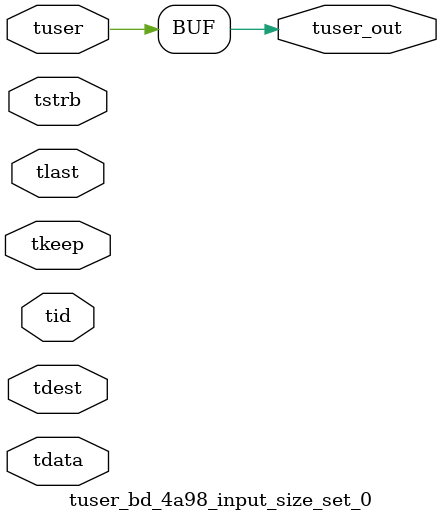
<source format=v>


`timescale 1ps/1ps

module tuser_bd_4a98_input_size_set_0 #
(
parameter C_S_AXIS_TUSER_WIDTH = 1,
parameter C_S_AXIS_TDATA_WIDTH = 32,
parameter C_S_AXIS_TID_WIDTH   = 0,
parameter C_S_AXIS_TDEST_WIDTH = 0,
parameter C_M_AXIS_TUSER_WIDTH = 1
)
(
input  [(C_S_AXIS_TUSER_WIDTH == 0 ? 1 : C_S_AXIS_TUSER_WIDTH)-1:0     ] tuser,
input  [(C_S_AXIS_TDATA_WIDTH == 0 ? 1 : C_S_AXIS_TDATA_WIDTH)-1:0     ] tdata,
input  [(C_S_AXIS_TID_WIDTH   == 0 ? 1 : C_S_AXIS_TID_WIDTH)-1:0       ] tid,
input  [(C_S_AXIS_TDEST_WIDTH == 0 ? 1 : C_S_AXIS_TDEST_WIDTH)-1:0     ] tdest,
input  [(C_S_AXIS_TDATA_WIDTH/8)-1:0 ] tkeep,
input  [(C_S_AXIS_TDATA_WIDTH/8)-1:0 ] tstrb,
input                                                                    tlast,
output [C_M_AXIS_TUSER_WIDTH-1:0] tuser_out
);

assign tuser_out = {tuser[0:0]};

endmodule


</source>
